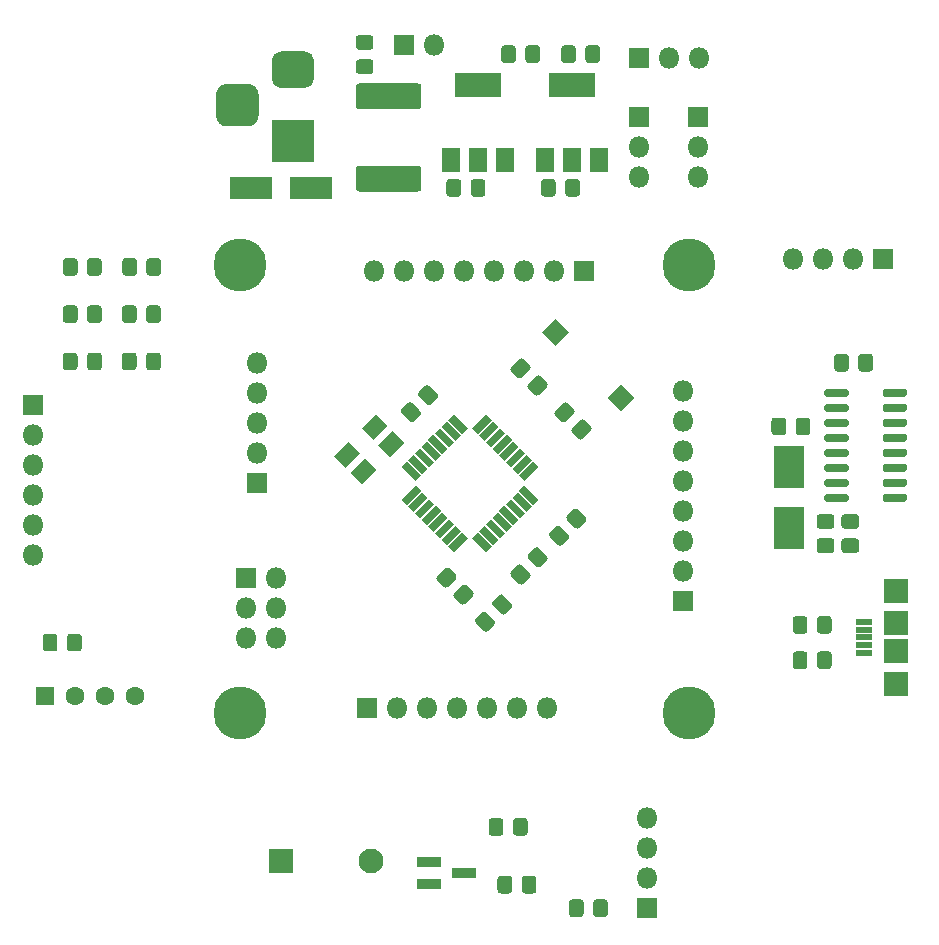
<source format=gbr>
%TF.GenerationSoftware,KiCad,Pcbnew,(5.1.6)-1*%
%TF.CreationDate,2020-10-25T22:56:54+03:00*%
%TF.ProjectId,modular-development-board,6d6f6475-6c61-4722-9d64-6576656c6f70,rev?*%
%TF.SameCoordinates,Original*%
%TF.FileFunction,Soldermask,Top*%
%TF.FilePolarity,Negative*%
%FSLAX46Y46*%
G04 Gerber Fmt 4.6, Leading zero omitted, Abs format (unit mm)*
G04 Created by KiCad (PCBNEW (5.1.6)-1) date 2020-10-25 22:56:54*
%MOMM*%
%LPD*%
G01*
G04 APERTURE LIST*
%ADD10R,1.600000X2.100000*%
%ADD11R,3.900000X2.100000*%
%ADD12R,1.800000X1.800000*%
%ADD13O,1.800000X1.800000*%
%ADD14R,1.600000X1.600000*%
%ADD15C,1.600000*%
%ADD16R,2.100000X2.100000*%
%ADD17C,2.100000*%
%ADD18R,3.600000X1.900000*%
%ADD19R,3.600000X3.600000*%
%ADD20R,2.000000X0.900000*%
%ADD21C,0.100000*%
%ADD22R,2.500000X3.600000*%
%ADD23C,0.800000*%
%ADD24C,4.500000*%
%ADD25R,1.450000X0.500000*%
%ADD26R,2.000000X2.000000*%
G04 APERTURE END LIST*
D10*
%TO.C,U3*%
X77360400Y-48607200D03*
X81960400Y-48607200D03*
X79660400Y-48607200D03*
D11*
X79660400Y-42307200D03*
%TD*%
D12*
%TO.C,J3*%
X85304800Y-45000000D03*
D13*
X85304800Y-47540000D03*
X85304800Y-50080000D03*
%TD*%
%TO.C,J2*%
X90304800Y-50080000D03*
X90304800Y-47540000D03*
D12*
X90304800Y-45000000D03*
%TD*%
%TO.C,J4*%
X85304800Y-40000000D03*
D13*
X87844800Y-40000000D03*
X90384800Y-40000000D03*
%TD*%
D14*
%TO.C,U5*%
X35000000Y-94000000D03*
D15*
X37540000Y-94000000D03*
X40080000Y-94000000D03*
X42620000Y-94000000D03*
%TD*%
D16*
%TO.C,BZ1*%
X55000000Y-108000000D03*
D17*
X62600000Y-108000000D03*
%TD*%
%TO.C,C1*%
G36*
G01*
X79896241Y-79780124D02*
X79219876Y-79103760D01*
G75*
G02*
X79219876Y-78719464I192148J192148D01*
G01*
X79719464Y-78219876D01*
G75*
G02*
X80103760Y-78219876I192148J-192148D01*
G01*
X80780124Y-78896240D01*
G75*
G02*
X80780124Y-79280536I-192148J-192148D01*
G01*
X80280536Y-79780124D01*
G75*
G02*
X79896240Y-79780124I-192148J192148D01*
G01*
G37*
G36*
G01*
X78446673Y-81229692D02*
X77770308Y-80553328D01*
G75*
G02*
X77770308Y-80169032I192148J192148D01*
G01*
X78269896Y-79669444D01*
G75*
G02*
X78654192Y-79669444I192148J-192148D01*
G01*
X79330556Y-80345808D01*
G75*
G02*
X79330556Y-80730104I-192148J-192148D01*
G01*
X78830968Y-81229692D01*
G75*
G02*
X78446672Y-81229692I-192148J192148D01*
G01*
G37*
%TD*%
%TO.C,C2*%
G36*
G01*
X65896241Y-70780124D02*
X65219876Y-70103760D01*
G75*
G02*
X65219876Y-69719464I192148J192148D01*
G01*
X65719464Y-69219876D01*
G75*
G02*
X66103760Y-69219876I192148J-192148D01*
G01*
X66780124Y-69896240D01*
G75*
G02*
X66780124Y-70280536I-192148J-192148D01*
G01*
X66280536Y-70780124D01*
G75*
G02*
X65896240Y-70780124I-192148J192148D01*
G01*
G37*
G36*
G01*
X67345809Y-69330556D02*
X66669444Y-68654192D01*
G75*
G02*
X66669444Y-68269896I192148J192148D01*
G01*
X67169032Y-67770308D01*
G75*
G02*
X67553328Y-67770308I192148J-192148D01*
G01*
X68229692Y-68446672D01*
G75*
G02*
X68229692Y-68830968I-192148J-192148D01*
G01*
X67730104Y-69330556D01*
G75*
G02*
X67345808Y-69330556I-192148J192148D01*
G01*
G37*
%TD*%
%TO.C,C3*%
G36*
G01*
X77504908Y-67828543D02*
X76828544Y-68504908D01*
G75*
G02*
X76444248Y-68504908I-192148J192148D01*
G01*
X75944660Y-68005320D01*
G75*
G02*
X75944660Y-67621024I192148J192148D01*
G01*
X76621024Y-66944660D01*
G75*
G02*
X77005320Y-66944660I192148J-192148D01*
G01*
X77504908Y-67444248D01*
G75*
G02*
X77504908Y-67828544I-192148J-192148D01*
G01*
G37*
G36*
G01*
X76055340Y-66378975D02*
X75378976Y-67055340D01*
G75*
G02*
X74994680Y-67055340I-192148J192148D01*
G01*
X74495092Y-66555752D01*
G75*
G02*
X74495092Y-66171456I192148J192148D01*
G01*
X75171456Y-65495092D01*
G75*
G02*
X75555752Y-65495092I192148J-192148D01*
G01*
X76055340Y-65994680D01*
G75*
G02*
X76055340Y-66378976I-192148J-192148D01*
G01*
G37*
%TD*%
%TO.C,C4*%
G36*
G01*
X76621025Y-83055340D02*
X75944660Y-82378976D01*
G75*
G02*
X75944660Y-81994680I192148J192148D01*
G01*
X76444248Y-81495092D01*
G75*
G02*
X76828544Y-81495092I192148J-192148D01*
G01*
X77504908Y-82171456D01*
G75*
G02*
X77504908Y-82555752I-192148J-192148D01*
G01*
X77005320Y-83055340D01*
G75*
G02*
X76621024Y-83055340I-192148J192148D01*
G01*
G37*
G36*
G01*
X75171457Y-84504908D02*
X74495092Y-83828544D01*
G75*
G02*
X74495092Y-83444248I192148J192148D01*
G01*
X74994680Y-82944660D01*
G75*
G02*
X75378976Y-82944660I192148J-192148D01*
G01*
X76055340Y-83621024D01*
G75*
G02*
X76055340Y-84005320I-192148J-192148D01*
G01*
X75555752Y-84504908D01*
G75*
G02*
X75171456Y-84504908I-192148J192148D01*
G01*
G37*
%TD*%
%TO.C,C5*%
G36*
G01*
X62555862Y-41366600D02*
X61599338Y-41366600D01*
G75*
G02*
X61327600Y-41094862I0J271738D01*
G01*
X61327600Y-40388338D01*
G75*
G02*
X61599338Y-40116600I271738J0D01*
G01*
X62555862Y-40116600D01*
G75*
G02*
X62827600Y-40388338I0J-271738D01*
G01*
X62827600Y-41094862D01*
G75*
G02*
X62555862Y-41366600I-271738J0D01*
G01*
G37*
G36*
G01*
X62555862Y-39316600D02*
X61599338Y-39316600D01*
G75*
G02*
X61327600Y-39044862I0J271738D01*
G01*
X61327600Y-38338338D01*
G75*
G02*
X61599338Y-38066600I271738J0D01*
G01*
X62555862Y-38066600D01*
G75*
G02*
X62827600Y-38338338I0J-271738D01*
G01*
X62827600Y-39044862D01*
G75*
G02*
X62555862Y-39316600I-271738J0D01*
G01*
G37*
%TD*%
%TO.C,C6*%
G36*
G01*
X70260400Y-50521738D02*
X70260400Y-51478262D01*
G75*
G02*
X69988662Y-51750000I-271738J0D01*
G01*
X69282138Y-51750000D01*
G75*
G02*
X69010400Y-51478262I0J271738D01*
G01*
X69010400Y-50521738D01*
G75*
G02*
X69282138Y-50250000I271738J0D01*
G01*
X69988662Y-50250000D01*
G75*
G02*
X70260400Y-50521738I0J-271738D01*
G01*
G37*
G36*
G01*
X72310400Y-50521738D02*
X72310400Y-51478262D01*
G75*
G02*
X72038662Y-51750000I-271738J0D01*
G01*
X71332138Y-51750000D01*
G75*
G02*
X71060400Y-51478262I0J271738D01*
G01*
X71060400Y-50521738D01*
G75*
G02*
X71332138Y-50250000I271738J0D01*
G01*
X72038662Y-50250000D01*
G75*
G02*
X72310400Y-50521738I0J-271738D01*
G01*
G37*
%TD*%
%TO.C,C7*%
G36*
G01*
X80310400Y-50521738D02*
X80310400Y-51478262D01*
G75*
G02*
X80038662Y-51750000I-271738J0D01*
G01*
X79332138Y-51750000D01*
G75*
G02*
X79060400Y-51478262I0J271738D01*
G01*
X79060400Y-50521738D01*
G75*
G02*
X79332138Y-50250000I271738J0D01*
G01*
X80038662Y-50250000D01*
G75*
G02*
X80310400Y-50521738I0J-271738D01*
G01*
G37*
G36*
G01*
X78260400Y-50521738D02*
X78260400Y-51478262D01*
G75*
G02*
X77988662Y-51750000I-271738J0D01*
G01*
X77282138Y-51750000D01*
G75*
G02*
X77010400Y-51478262I0J271738D01*
G01*
X77010400Y-50521738D01*
G75*
G02*
X77282138Y-50250000I271738J0D01*
G01*
X77988662Y-50250000D01*
G75*
G02*
X78260400Y-50521738I0J-271738D01*
G01*
G37*
%TD*%
%TO.C,C8*%
G36*
G01*
X97775000Y-70721738D02*
X97775000Y-71678262D01*
G75*
G02*
X97503262Y-71950000I-271738J0D01*
G01*
X96796738Y-71950000D01*
G75*
G02*
X96525000Y-71678262I0J271738D01*
G01*
X96525000Y-70721738D01*
G75*
G02*
X96796738Y-70450000I271738J0D01*
G01*
X97503262Y-70450000D01*
G75*
G02*
X97775000Y-70721738I0J-271738D01*
G01*
G37*
G36*
G01*
X99825000Y-70721738D02*
X99825000Y-71678262D01*
G75*
G02*
X99553262Y-71950000I-271738J0D01*
G01*
X98846738Y-71950000D01*
G75*
G02*
X98575000Y-71678262I0J271738D01*
G01*
X98575000Y-70721738D01*
G75*
G02*
X98846738Y-70450000I271738J0D01*
G01*
X99553262Y-70450000D01*
G75*
G02*
X99825000Y-70721738I0J-271738D01*
G01*
G37*
%TD*%
%TO.C,C9*%
G36*
G01*
X101825000Y-66278262D02*
X101825000Y-65321738D01*
G75*
G02*
X102096738Y-65050000I271738J0D01*
G01*
X102803262Y-65050000D01*
G75*
G02*
X103075000Y-65321738I0J-271738D01*
G01*
X103075000Y-66278262D01*
G75*
G02*
X102803262Y-66550000I-271738J0D01*
G01*
X102096738Y-66550000D01*
G75*
G02*
X101825000Y-66278262I0J271738D01*
G01*
G37*
G36*
G01*
X103875000Y-66278262D02*
X103875000Y-65321738D01*
G75*
G02*
X104146738Y-65050000I271738J0D01*
G01*
X104853262Y-65050000D01*
G75*
G02*
X105125000Y-65321738I0J-271738D01*
G01*
X105125000Y-66278262D01*
G75*
G02*
X104853262Y-66550000I-271738J0D01*
G01*
X104146738Y-66550000D01*
G75*
G02*
X103875000Y-66278262I0J271738D01*
G01*
G37*
%TD*%
%TO.C,C10*%
G36*
G01*
X102721738Y-78625000D02*
X103678262Y-78625000D01*
G75*
G02*
X103950000Y-78896738I0J-271738D01*
G01*
X103950000Y-79603262D01*
G75*
G02*
X103678262Y-79875000I-271738J0D01*
G01*
X102721738Y-79875000D01*
G75*
G02*
X102450000Y-79603262I0J271738D01*
G01*
X102450000Y-78896738D01*
G75*
G02*
X102721738Y-78625000I271738J0D01*
G01*
G37*
G36*
G01*
X102721738Y-80675000D02*
X103678262Y-80675000D01*
G75*
G02*
X103950000Y-80946738I0J-271738D01*
G01*
X103950000Y-81653262D01*
G75*
G02*
X103678262Y-81925000I-271738J0D01*
G01*
X102721738Y-81925000D01*
G75*
G02*
X102450000Y-81653262I0J271738D01*
G01*
X102450000Y-80946738D01*
G75*
G02*
X102721738Y-80675000I271738J0D01*
G01*
G37*
%TD*%
%TO.C,C11*%
G36*
G01*
X100621738Y-80675000D02*
X101578262Y-80675000D01*
G75*
G02*
X101850000Y-80946738I0J-271738D01*
G01*
X101850000Y-81653262D01*
G75*
G02*
X101578262Y-81925000I-271738J0D01*
G01*
X100621738Y-81925000D01*
G75*
G02*
X100350000Y-81653262I0J271738D01*
G01*
X100350000Y-80946738D01*
G75*
G02*
X100621738Y-80675000I271738J0D01*
G01*
G37*
G36*
G01*
X100621738Y-78625000D02*
X101578262Y-78625000D01*
G75*
G02*
X101850000Y-78896738I0J-271738D01*
G01*
X101850000Y-79603262D01*
G75*
G02*
X101578262Y-79875000I-271738J0D01*
G01*
X100621738Y-79875000D01*
G75*
G02*
X100350000Y-79603262I0J271738D01*
G01*
X100350000Y-78896738D01*
G75*
G02*
X100621738Y-78625000I271738J0D01*
G01*
G37*
%TD*%
D18*
%TO.C,D1*%
X57500000Y-51000000D03*
X52500000Y-51000000D03*
%TD*%
%TO.C,D2*%
G36*
G01*
X73828543Y-85495092D02*
X74504908Y-86171456D01*
G75*
G02*
X74504908Y-86555752I-192148J-192148D01*
G01*
X74005320Y-87055340D01*
G75*
G02*
X73621024Y-87055340I-192148J192148D01*
G01*
X72944660Y-86378976D01*
G75*
G02*
X72944660Y-85994680I192148J192148D01*
G01*
X73444248Y-85495092D01*
G75*
G02*
X73828544Y-85495092I192148J-192148D01*
G01*
G37*
G36*
G01*
X72378975Y-86944660D02*
X73055340Y-87621024D01*
G75*
G02*
X73055340Y-88005320I-192148J-192148D01*
G01*
X72555752Y-88504908D01*
G75*
G02*
X72171456Y-88504908I-192148J192148D01*
G01*
X71495092Y-87828544D01*
G75*
G02*
X71495092Y-87444248I192148J192148D01*
G01*
X71994680Y-86944660D01*
G75*
G02*
X72378976Y-86944660I192148J-192148D01*
G01*
G37*
%TD*%
%TO.C,D3*%
G36*
G01*
X76935600Y-39196538D02*
X76935600Y-40153062D01*
G75*
G02*
X76663862Y-40424800I-271738J0D01*
G01*
X75957338Y-40424800D01*
G75*
G02*
X75685600Y-40153062I0J271738D01*
G01*
X75685600Y-39196538D01*
G75*
G02*
X75957338Y-38924800I271738J0D01*
G01*
X76663862Y-38924800D01*
G75*
G02*
X76935600Y-39196538I0J-271738D01*
G01*
G37*
G36*
G01*
X74885600Y-39196538D02*
X74885600Y-40153062D01*
G75*
G02*
X74613862Y-40424800I-271738J0D01*
G01*
X73907338Y-40424800D01*
G75*
G02*
X73635600Y-40153062I0J271738D01*
G01*
X73635600Y-39196538D01*
G75*
G02*
X73907338Y-38924800I271738J0D01*
G01*
X74613862Y-38924800D01*
G75*
G02*
X74885600Y-39196538I0J-271738D01*
G01*
G37*
%TD*%
%TO.C,D4*%
G36*
G01*
X36525000Y-58178262D02*
X36525000Y-57221738D01*
G75*
G02*
X36796738Y-56950000I271738J0D01*
G01*
X37503262Y-56950000D01*
G75*
G02*
X37775000Y-57221738I0J-271738D01*
G01*
X37775000Y-58178262D01*
G75*
G02*
X37503262Y-58450000I-271738J0D01*
G01*
X36796738Y-58450000D01*
G75*
G02*
X36525000Y-58178262I0J271738D01*
G01*
G37*
G36*
G01*
X38575000Y-58178262D02*
X38575000Y-57221738D01*
G75*
G02*
X38846738Y-56950000I271738J0D01*
G01*
X39553262Y-56950000D01*
G75*
G02*
X39825000Y-57221738I0J-271738D01*
G01*
X39825000Y-58178262D01*
G75*
G02*
X39553262Y-58450000I-271738J0D01*
G01*
X38846738Y-58450000D01*
G75*
G02*
X38575000Y-58178262I0J271738D01*
G01*
G37*
%TD*%
%TO.C,D5*%
G36*
G01*
X38575000Y-62178262D02*
X38575000Y-61221738D01*
G75*
G02*
X38846738Y-60950000I271738J0D01*
G01*
X39553262Y-60950000D01*
G75*
G02*
X39825000Y-61221738I0J-271738D01*
G01*
X39825000Y-62178262D01*
G75*
G02*
X39553262Y-62450000I-271738J0D01*
G01*
X38846738Y-62450000D01*
G75*
G02*
X38575000Y-62178262I0J271738D01*
G01*
G37*
G36*
G01*
X36525000Y-62178262D02*
X36525000Y-61221738D01*
G75*
G02*
X36796738Y-60950000I271738J0D01*
G01*
X37503262Y-60950000D01*
G75*
G02*
X37775000Y-61221738I0J-271738D01*
G01*
X37775000Y-62178262D01*
G75*
G02*
X37503262Y-62450000I-271738J0D01*
G01*
X36796738Y-62450000D01*
G75*
G02*
X36525000Y-62178262I0J271738D01*
G01*
G37*
%TD*%
%TO.C,D6*%
G36*
G01*
X38575000Y-66178262D02*
X38575000Y-65221738D01*
G75*
G02*
X38846738Y-64950000I271738J0D01*
G01*
X39553262Y-64950000D01*
G75*
G02*
X39825000Y-65221738I0J-271738D01*
G01*
X39825000Y-66178262D01*
G75*
G02*
X39553262Y-66450000I-271738J0D01*
G01*
X38846738Y-66450000D01*
G75*
G02*
X38575000Y-66178262I0J271738D01*
G01*
G37*
G36*
G01*
X36525000Y-66178262D02*
X36525000Y-65221738D01*
G75*
G02*
X36796738Y-64950000I271738J0D01*
G01*
X37503262Y-64950000D01*
G75*
G02*
X37775000Y-65221738I0J-271738D01*
G01*
X37775000Y-66178262D01*
G75*
G02*
X37503262Y-66450000I-271738J0D01*
G01*
X36796738Y-66450000D01*
G75*
G02*
X36525000Y-66178262I0J271738D01*
G01*
G37*
%TD*%
%TO.C,F1*%
G36*
G01*
X61596505Y-42161000D02*
X66622695Y-42161000D01*
G75*
G02*
X66884600Y-42422905I0J-261905D01*
G01*
X66884600Y-44099095D01*
G75*
G02*
X66622695Y-44361000I-261905J0D01*
G01*
X61596505Y-44361000D01*
G75*
G02*
X61334600Y-44099095I0J261905D01*
G01*
X61334600Y-42422905D01*
G75*
G02*
X61596505Y-42161000I261905J0D01*
G01*
G37*
G36*
G01*
X61596505Y-49111000D02*
X66622695Y-49111000D01*
G75*
G02*
X66884600Y-49372905I0J-261905D01*
G01*
X66884600Y-51049095D01*
G75*
G02*
X66622695Y-51311000I-261905J0D01*
G01*
X61596505Y-51311000D01*
G75*
G02*
X61334600Y-51049095I0J261905D01*
G01*
X61334600Y-49372905D01*
G75*
G02*
X61596505Y-49111000I261905J0D01*
G01*
G37*
%TD*%
D19*
%TO.C,J1*%
X56000000Y-47000000D03*
G36*
G01*
X54975000Y-39450000D02*
X57025000Y-39450000D01*
G75*
G02*
X57800000Y-40225000I0J-775000D01*
G01*
X57800000Y-41775000D01*
G75*
G02*
X57025000Y-42550000I-775000J0D01*
G01*
X54975000Y-42550000D01*
G75*
G02*
X54200000Y-41775000I0J775000D01*
G01*
X54200000Y-40225000D01*
G75*
G02*
X54975000Y-39450000I775000J0D01*
G01*
G37*
G36*
G01*
X50400000Y-42200000D02*
X52200000Y-42200000D01*
G75*
G02*
X53100000Y-43100000I0J-900000D01*
G01*
X53100000Y-44900000D01*
G75*
G02*
X52200000Y-45800000I-900000J0D01*
G01*
X50400000Y-45800000D01*
G75*
G02*
X49500000Y-44900000I0J900000D01*
G01*
X49500000Y-43100000D01*
G75*
G02*
X50400000Y-42200000I900000J0D01*
G01*
G37*
%TD*%
D12*
%TO.C,J5*%
X80620000Y-58000000D03*
D13*
X78080000Y-58000000D03*
X75540000Y-58000000D03*
X73000000Y-58000000D03*
X70460000Y-58000000D03*
X67920000Y-58000000D03*
X65380000Y-58000000D03*
X62840000Y-58000000D03*
%TD*%
D12*
%TO.C,J6*%
X62300000Y-95000000D03*
D13*
X64840000Y-95000000D03*
X67380000Y-95000000D03*
X69920000Y-95000000D03*
X72460000Y-95000000D03*
X75000000Y-95000000D03*
X77540000Y-95000000D03*
%TD*%
%TO.C,J7*%
X89000000Y-68220000D03*
X89000000Y-70760000D03*
X89000000Y-73300000D03*
X89000000Y-75840000D03*
X89000000Y-78380000D03*
X89000000Y-80920000D03*
X89000000Y-83460000D03*
D12*
X89000000Y-86000000D03*
%TD*%
%TO.C,J8*%
X53000000Y-76000000D03*
D13*
X53000000Y-73460000D03*
X53000000Y-70920000D03*
X53000000Y-68380000D03*
X53000000Y-65840000D03*
%TD*%
D12*
%TO.C,J9*%
X52000000Y-84000000D03*
D13*
X54540000Y-84000000D03*
X52000000Y-86540000D03*
X54540000Y-86540000D03*
X52000000Y-89080000D03*
X54540000Y-89080000D03*
%TD*%
D12*
%TO.C,J10*%
X34000000Y-69380000D03*
D13*
X34000000Y-71920000D03*
X34000000Y-74460000D03*
X34000000Y-77000000D03*
X34000000Y-79540000D03*
X34000000Y-82080000D03*
%TD*%
D12*
%TO.C,J11*%
X86000000Y-112000000D03*
D13*
X86000000Y-109460000D03*
X86000000Y-106920000D03*
X86000000Y-104380000D03*
%TD*%
%TO.C,Q1*%
G36*
G01*
X75875000Y-104621738D02*
X75875000Y-105578262D01*
G75*
G02*
X75603262Y-105850000I-271738J0D01*
G01*
X74896738Y-105850000D01*
G75*
G02*
X74625000Y-105578262I0J271738D01*
G01*
X74625000Y-104621738D01*
G75*
G02*
X74896738Y-104350000I271738J0D01*
G01*
X75603262Y-104350000D01*
G75*
G02*
X75875000Y-104621738I0J-271738D01*
G01*
G37*
G36*
G01*
X73825000Y-104621738D02*
X73825000Y-105578262D01*
G75*
G02*
X73553262Y-105850000I-271738J0D01*
G01*
X72846738Y-105850000D01*
G75*
G02*
X72575000Y-105578262I0J271738D01*
G01*
X72575000Y-104621738D01*
G75*
G02*
X72846738Y-104350000I271738J0D01*
G01*
X73553262Y-104350000D01*
G75*
G02*
X73825000Y-104621738I0J-271738D01*
G01*
G37*
%TD*%
D20*
%TO.C,Q2*%
X67500000Y-108050000D03*
X67500000Y-109950000D03*
X70500000Y-109000000D03*
%TD*%
%TO.C,R1*%
G36*
G01*
X71229692Y-85553327D02*
X70553328Y-86229692D01*
G75*
G02*
X70169032Y-86229692I-192148J192148D01*
G01*
X69669444Y-85730104D01*
G75*
G02*
X69669444Y-85345808I192148J192148D01*
G01*
X70345808Y-84669444D01*
G75*
G02*
X70730104Y-84669444I192148J-192148D01*
G01*
X71229692Y-85169032D01*
G75*
G02*
X71229692Y-85553328I-192148J-192148D01*
G01*
G37*
G36*
G01*
X69780124Y-84103759D02*
X69103760Y-84780124D01*
G75*
G02*
X68719464Y-84780124I-192148J192148D01*
G01*
X68219876Y-84280536D01*
G75*
G02*
X68219876Y-83896240I192148J192148D01*
G01*
X68896240Y-83219876D01*
G75*
G02*
X69280536Y-83219876I192148J-192148D01*
G01*
X69780124Y-83719464D01*
G75*
G02*
X69780124Y-84103760I-192148J-192148D01*
G01*
G37*
%TD*%
%TO.C,R2*%
G36*
G01*
X79669444Y-71345809D02*
X80345808Y-70669444D01*
G75*
G02*
X80730104Y-70669444I192148J-192148D01*
G01*
X81229692Y-71169032D01*
G75*
G02*
X81229692Y-71553328I-192148J-192148D01*
G01*
X80553328Y-72229692D01*
G75*
G02*
X80169032Y-72229692I-192148J192148D01*
G01*
X79669444Y-71730104D01*
G75*
G02*
X79669444Y-71345808I192148J192148D01*
G01*
G37*
G36*
G01*
X78219876Y-69896241D02*
X78896240Y-69219876D01*
G75*
G02*
X79280536Y-69219876I192148J-192148D01*
G01*
X79780124Y-69719464D01*
G75*
G02*
X79780124Y-70103760I-192148J-192148D01*
G01*
X79103760Y-70780124D01*
G75*
G02*
X78719464Y-70780124I-192148J192148D01*
G01*
X78219876Y-70280536D01*
G75*
G02*
X78219876Y-69896240I192148J192148D01*
G01*
G37*
%TD*%
%TO.C,R3*%
G36*
G01*
X82015600Y-39196538D02*
X82015600Y-40153062D01*
G75*
G02*
X81743862Y-40424800I-271738J0D01*
G01*
X81037338Y-40424800D01*
G75*
G02*
X80765600Y-40153062I0J271738D01*
G01*
X80765600Y-39196538D01*
G75*
G02*
X81037338Y-38924800I271738J0D01*
G01*
X81743862Y-38924800D01*
G75*
G02*
X82015600Y-39196538I0J-271738D01*
G01*
G37*
G36*
G01*
X79965600Y-39196538D02*
X79965600Y-40153062D01*
G75*
G02*
X79693862Y-40424800I-271738J0D01*
G01*
X78987338Y-40424800D01*
G75*
G02*
X78715600Y-40153062I0J271738D01*
G01*
X78715600Y-39196538D01*
G75*
G02*
X78987338Y-38924800I271738J0D01*
G01*
X79693862Y-38924800D01*
G75*
G02*
X79965600Y-39196538I0J-271738D01*
G01*
G37*
%TD*%
%TO.C,R4*%
G36*
G01*
X100375000Y-88478262D02*
X100375000Y-87521738D01*
G75*
G02*
X100646738Y-87250000I271738J0D01*
G01*
X101353262Y-87250000D01*
G75*
G02*
X101625000Y-87521738I0J-271738D01*
G01*
X101625000Y-88478262D01*
G75*
G02*
X101353262Y-88750000I-271738J0D01*
G01*
X100646738Y-88750000D01*
G75*
G02*
X100375000Y-88478262I0J271738D01*
G01*
G37*
G36*
G01*
X98325000Y-88478262D02*
X98325000Y-87521738D01*
G75*
G02*
X98596738Y-87250000I271738J0D01*
G01*
X99303262Y-87250000D01*
G75*
G02*
X99575000Y-87521738I0J-271738D01*
G01*
X99575000Y-88478262D01*
G75*
G02*
X99303262Y-88750000I-271738J0D01*
G01*
X98596738Y-88750000D01*
G75*
G02*
X98325000Y-88478262I0J271738D01*
G01*
G37*
%TD*%
%TO.C,R5*%
G36*
G01*
X100375000Y-91478262D02*
X100375000Y-90521738D01*
G75*
G02*
X100646738Y-90250000I271738J0D01*
G01*
X101353262Y-90250000D01*
G75*
G02*
X101625000Y-90521738I0J-271738D01*
G01*
X101625000Y-91478262D01*
G75*
G02*
X101353262Y-91750000I-271738J0D01*
G01*
X100646738Y-91750000D01*
G75*
G02*
X100375000Y-91478262I0J271738D01*
G01*
G37*
G36*
G01*
X98325000Y-91478262D02*
X98325000Y-90521738D01*
G75*
G02*
X98596738Y-90250000I271738J0D01*
G01*
X99303262Y-90250000D01*
G75*
G02*
X99575000Y-90521738I0J-271738D01*
G01*
X99575000Y-91478262D01*
G75*
G02*
X99303262Y-91750000I-271738J0D01*
G01*
X98596738Y-91750000D01*
G75*
G02*
X98325000Y-91478262I0J271738D01*
G01*
G37*
%TD*%
%TO.C,R6*%
G36*
G01*
X82675000Y-111521738D02*
X82675000Y-112478262D01*
G75*
G02*
X82403262Y-112750000I-271738J0D01*
G01*
X81696738Y-112750000D01*
G75*
G02*
X81425000Y-112478262I0J271738D01*
G01*
X81425000Y-111521738D01*
G75*
G02*
X81696738Y-111250000I271738J0D01*
G01*
X82403262Y-111250000D01*
G75*
G02*
X82675000Y-111521738I0J-271738D01*
G01*
G37*
G36*
G01*
X80625000Y-111521738D02*
X80625000Y-112478262D01*
G75*
G02*
X80353262Y-112750000I-271738J0D01*
G01*
X79646738Y-112750000D01*
G75*
G02*
X79375000Y-112478262I0J271738D01*
G01*
X79375000Y-111521738D01*
G75*
G02*
X79646738Y-111250000I271738J0D01*
G01*
X80353262Y-111250000D01*
G75*
G02*
X80625000Y-111521738I0J-271738D01*
G01*
G37*
%TD*%
%TO.C,R7*%
G36*
G01*
X41550000Y-58178262D02*
X41550000Y-57221738D01*
G75*
G02*
X41821738Y-56950000I271738J0D01*
G01*
X42528262Y-56950000D01*
G75*
G02*
X42800000Y-57221738I0J-271738D01*
G01*
X42800000Y-58178262D01*
G75*
G02*
X42528262Y-58450000I-271738J0D01*
G01*
X41821738Y-58450000D01*
G75*
G02*
X41550000Y-58178262I0J271738D01*
G01*
G37*
G36*
G01*
X43600000Y-58178262D02*
X43600000Y-57221738D01*
G75*
G02*
X43871738Y-56950000I271738J0D01*
G01*
X44578262Y-56950000D01*
G75*
G02*
X44850000Y-57221738I0J-271738D01*
G01*
X44850000Y-58178262D01*
G75*
G02*
X44578262Y-58450000I-271738J0D01*
G01*
X43871738Y-58450000D01*
G75*
G02*
X43600000Y-58178262I0J271738D01*
G01*
G37*
%TD*%
%TO.C,R8*%
G36*
G01*
X43575000Y-62178262D02*
X43575000Y-61221738D01*
G75*
G02*
X43846738Y-60950000I271738J0D01*
G01*
X44553262Y-60950000D01*
G75*
G02*
X44825000Y-61221738I0J-271738D01*
G01*
X44825000Y-62178262D01*
G75*
G02*
X44553262Y-62450000I-271738J0D01*
G01*
X43846738Y-62450000D01*
G75*
G02*
X43575000Y-62178262I0J271738D01*
G01*
G37*
G36*
G01*
X41525000Y-62178262D02*
X41525000Y-61221738D01*
G75*
G02*
X41796738Y-60950000I271738J0D01*
G01*
X42503262Y-60950000D01*
G75*
G02*
X42775000Y-61221738I0J-271738D01*
G01*
X42775000Y-62178262D01*
G75*
G02*
X42503262Y-62450000I-271738J0D01*
G01*
X41796738Y-62450000D01*
G75*
G02*
X41525000Y-62178262I0J271738D01*
G01*
G37*
%TD*%
%TO.C,R9*%
G36*
G01*
X41525000Y-66178262D02*
X41525000Y-65221738D01*
G75*
G02*
X41796738Y-64950000I271738J0D01*
G01*
X42503262Y-64950000D01*
G75*
G02*
X42775000Y-65221738I0J-271738D01*
G01*
X42775000Y-66178262D01*
G75*
G02*
X42503262Y-66450000I-271738J0D01*
G01*
X41796738Y-66450000D01*
G75*
G02*
X41525000Y-66178262I0J271738D01*
G01*
G37*
G36*
G01*
X43575000Y-66178262D02*
X43575000Y-65221738D01*
G75*
G02*
X43846738Y-64950000I271738J0D01*
G01*
X44553262Y-64950000D01*
G75*
G02*
X44825000Y-65221738I0J-271738D01*
G01*
X44825000Y-66178262D01*
G75*
G02*
X44553262Y-66450000I-271738J0D01*
G01*
X43846738Y-66450000D01*
G75*
G02*
X43575000Y-66178262I0J271738D01*
G01*
G37*
%TD*%
%TO.C,R10*%
G36*
G01*
X75375000Y-110478262D02*
X75375000Y-109521738D01*
G75*
G02*
X75646738Y-109250000I271738J0D01*
G01*
X76353262Y-109250000D01*
G75*
G02*
X76625000Y-109521738I0J-271738D01*
G01*
X76625000Y-110478262D01*
G75*
G02*
X76353262Y-110750000I-271738J0D01*
G01*
X75646738Y-110750000D01*
G75*
G02*
X75375000Y-110478262I0J271738D01*
G01*
G37*
G36*
G01*
X73325000Y-110478262D02*
X73325000Y-109521738D01*
G75*
G02*
X73596738Y-109250000I271738J0D01*
G01*
X74303262Y-109250000D01*
G75*
G02*
X74575000Y-109521738I0J-271738D01*
G01*
X74575000Y-110478262D01*
G75*
G02*
X74303262Y-110750000I-271738J0D01*
G01*
X73596738Y-110750000D01*
G75*
G02*
X73325000Y-110478262I0J271738D01*
G01*
G37*
%TD*%
%TO.C,R11*%
G36*
G01*
X34825000Y-89978262D02*
X34825000Y-89021738D01*
G75*
G02*
X35096738Y-88750000I271738J0D01*
G01*
X35803262Y-88750000D01*
G75*
G02*
X36075000Y-89021738I0J-271738D01*
G01*
X36075000Y-89978262D01*
G75*
G02*
X35803262Y-90250000I-271738J0D01*
G01*
X35096738Y-90250000D01*
G75*
G02*
X34825000Y-89978262I0J271738D01*
G01*
G37*
G36*
G01*
X36875000Y-89978262D02*
X36875000Y-89021738D01*
G75*
G02*
X37146738Y-88750000I271738J0D01*
G01*
X37853262Y-88750000D01*
G75*
G02*
X38125000Y-89021738I0J-271738D01*
G01*
X38125000Y-89978262D01*
G75*
G02*
X37853262Y-90250000I-271738J0D01*
G01*
X37146738Y-90250000D01*
G75*
G02*
X36875000Y-89978262I0J271738D01*
G01*
G37*
%TD*%
D21*
%TO.C,SW1*%
G36*
X84889087Y-68757716D02*
G01*
X83757716Y-69889087D01*
X82626345Y-68757716D01*
X83757716Y-67626345D01*
X84889087Y-68757716D01*
G37*
G36*
X79373655Y-63242284D02*
G01*
X78242284Y-64373655D01*
X77110913Y-63242284D01*
X78242284Y-62110913D01*
X79373655Y-63242284D01*
G37*
%TD*%
%TO.C,U1*%
G36*
X69143845Y-70643666D02*
G01*
X69603464Y-70184047D01*
X70805545Y-71386128D01*
X70345926Y-71845747D01*
X69143845Y-70643666D01*
G37*
G36*
X68578160Y-71209352D02*
G01*
X69037779Y-70749733D01*
X70239860Y-71951814D01*
X69780241Y-72411433D01*
X68578160Y-71209352D01*
G37*
G36*
X68012474Y-71775037D02*
G01*
X68472093Y-71315418D01*
X69674174Y-72517499D01*
X69214555Y-72977118D01*
X68012474Y-71775037D01*
G37*
G36*
X67446789Y-72340722D02*
G01*
X67906408Y-71881103D01*
X69108489Y-73083184D01*
X68648870Y-73542803D01*
X67446789Y-72340722D01*
G37*
G36*
X66881103Y-72906408D02*
G01*
X67340722Y-72446789D01*
X68542803Y-73648870D01*
X68083184Y-74108489D01*
X66881103Y-72906408D01*
G37*
G36*
X66315418Y-73472093D02*
G01*
X66775037Y-73012474D01*
X67977118Y-74214555D01*
X67517499Y-74674174D01*
X66315418Y-73472093D01*
G37*
G36*
X65749733Y-74037779D02*
G01*
X66209352Y-73578160D01*
X67411433Y-74780241D01*
X66951814Y-75239860D01*
X65749733Y-74037779D01*
G37*
G36*
X65184047Y-74603464D02*
G01*
X65643666Y-74143845D01*
X66845747Y-75345926D01*
X66386128Y-75805545D01*
X65184047Y-74603464D01*
G37*
G36*
X65643666Y-77856155D02*
G01*
X65184047Y-77396536D01*
X66386128Y-76194455D01*
X66845747Y-76654074D01*
X65643666Y-77856155D01*
G37*
G36*
X66209352Y-78421840D02*
G01*
X65749733Y-77962221D01*
X66951814Y-76760140D01*
X67411433Y-77219759D01*
X66209352Y-78421840D01*
G37*
G36*
X66775037Y-78987526D02*
G01*
X66315418Y-78527907D01*
X67517499Y-77325826D01*
X67977118Y-77785445D01*
X66775037Y-78987526D01*
G37*
G36*
X67340722Y-79553211D02*
G01*
X66881103Y-79093592D01*
X68083184Y-77891511D01*
X68542803Y-78351130D01*
X67340722Y-79553211D01*
G37*
G36*
X67906408Y-80118897D02*
G01*
X67446789Y-79659278D01*
X68648870Y-78457197D01*
X69108489Y-78916816D01*
X67906408Y-80118897D01*
G37*
G36*
X68472093Y-80684582D02*
G01*
X68012474Y-80224963D01*
X69214555Y-79022882D01*
X69674174Y-79482501D01*
X68472093Y-80684582D01*
G37*
G36*
X69037779Y-81250267D02*
G01*
X68578160Y-80790648D01*
X69780241Y-79588567D01*
X70239860Y-80048186D01*
X69037779Y-81250267D01*
G37*
G36*
X69603464Y-81815953D02*
G01*
X69143845Y-81356334D01*
X70345926Y-80154253D01*
X70805545Y-80613872D01*
X69603464Y-81815953D01*
G37*
G36*
X71194455Y-80613872D02*
G01*
X71654074Y-80154253D01*
X72856155Y-81356334D01*
X72396536Y-81815953D01*
X71194455Y-80613872D01*
G37*
G36*
X71760140Y-80048186D02*
G01*
X72219759Y-79588567D01*
X73421840Y-80790648D01*
X72962221Y-81250267D01*
X71760140Y-80048186D01*
G37*
G36*
X72325826Y-79482501D02*
G01*
X72785445Y-79022882D01*
X73987526Y-80224963D01*
X73527907Y-80684582D01*
X72325826Y-79482501D01*
G37*
G36*
X72891511Y-78916816D02*
G01*
X73351130Y-78457197D01*
X74553211Y-79659278D01*
X74093592Y-80118897D01*
X72891511Y-78916816D01*
G37*
G36*
X73457197Y-78351130D02*
G01*
X73916816Y-77891511D01*
X75118897Y-79093592D01*
X74659278Y-79553211D01*
X73457197Y-78351130D01*
G37*
G36*
X74022882Y-77785445D02*
G01*
X74482501Y-77325826D01*
X75684582Y-78527907D01*
X75224963Y-78987526D01*
X74022882Y-77785445D01*
G37*
G36*
X74588567Y-77219759D02*
G01*
X75048186Y-76760140D01*
X76250267Y-77962221D01*
X75790648Y-78421840D01*
X74588567Y-77219759D01*
G37*
G36*
X75154253Y-76654074D02*
G01*
X75613872Y-76194455D01*
X76815953Y-77396536D01*
X76356334Y-77856155D01*
X75154253Y-76654074D01*
G37*
G36*
X75613872Y-75805545D02*
G01*
X75154253Y-75345926D01*
X76356334Y-74143845D01*
X76815953Y-74603464D01*
X75613872Y-75805545D01*
G37*
G36*
X75048186Y-75239860D02*
G01*
X74588567Y-74780241D01*
X75790648Y-73578160D01*
X76250267Y-74037779D01*
X75048186Y-75239860D01*
G37*
G36*
X74482501Y-74674174D02*
G01*
X74022882Y-74214555D01*
X75224963Y-73012474D01*
X75684582Y-73472093D01*
X74482501Y-74674174D01*
G37*
G36*
X73916816Y-74108489D02*
G01*
X73457197Y-73648870D01*
X74659278Y-72446789D01*
X75118897Y-72906408D01*
X73916816Y-74108489D01*
G37*
G36*
X73351130Y-73542803D02*
G01*
X72891511Y-73083184D01*
X74093592Y-71881103D01*
X74553211Y-72340722D01*
X73351130Y-73542803D01*
G37*
G36*
X72785445Y-72977118D02*
G01*
X72325826Y-72517499D01*
X73527907Y-71315418D01*
X73987526Y-71775037D01*
X72785445Y-72977118D01*
G37*
G36*
X72219759Y-72411433D02*
G01*
X71760140Y-71951814D01*
X72962221Y-70749733D01*
X73421840Y-71209352D01*
X72219759Y-72411433D01*
G37*
G36*
X71654074Y-71845747D02*
G01*
X71194455Y-71386128D01*
X72396536Y-70184047D01*
X72856155Y-70643666D01*
X71654074Y-71845747D01*
G37*
%TD*%
D11*
%TO.C,U2*%
X71660400Y-42307200D03*
D10*
X71660400Y-48607200D03*
X73960400Y-48607200D03*
X69360400Y-48607200D03*
%TD*%
%TO.C,U4*%
G36*
G01*
X101000000Y-68530000D02*
X101000000Y-68180000D01*
G75*
G02*
X101175000Y-68005000I175000J0D01*
G01*
X102875000Y-68005000D01*
G75*
G02*
X103050000Y-68180000I0J-175000D01*
G01*
X103050000Y-68530000D01*
G75*
G02*
X102875000Y-68705000I-175000J0D01*
G01*
X101175000Y-68705000D01*
G75*
G02*
X101000000Y-68530000I0J175000D01*
G01*
G37*
G36*
G01*
X101000000Y-69800000D02*
X101000000Y-69450000D01*
G75*
G02*
X101175000Y-69275000I175000J0D01*
G01*
X102875000Y-69275000D01*
G75*
G02*
X103050000Y-69450000I0J-175000D01*
G01*
X103050000Y-69800000D01*
G75*
G02*
X102875000Y-69975000I-175000J0D01*
G01*
X101175000Y-69975000D01*
G75*
G02*
X101000000Y-69800000I0J175000D01*
G01*
G37*
G36*
G01*
X101000000Y-71070000D02*
X101000000Y-70720000D01*
G75*
G02*
X101175000Y-70545000I175000J0D01*
G01*
X102875000Y-70545000D01*
G75*
G02*
X103050000Y-70720000I0J-175000D01*
G01*
X103050000Y-71070000D01*
G75*
G02*
X102875000Y-71245000I-175000J0D01*
G01*
X101175000Y-71245000D01*
G75*
G02*
X101000000Y-71070000I0J175000D01*
G01*
G37*
G36*
G01*
X101000000Y-72340000D02*
X101000000Y-71990000D01*
G75*
G02*
X101175000Y-71815000I175000J0D01*
G01*
X102875000Y-71815000D01*
G75*
G02*
X103050000Y-71990000I0J-175000D01*
G01*
X103050000Y-72340000D01*
G75*
G02*
X102875000Y-72515000I-175000J0D01*
G01*
X101175000Y-72515000D01*
G75*
G02*
X101000000Y-72340000I0J175000D01*
G01*
G37*
G36*
G01*
X101000000Y-73610000D02*
X101000000Y-73260000D01*
G75*
G02*
X101175000Y-73085000I175000J0D01*
G01*
X102875000Y-73085000D01*
G75*
G02*
X103050000Y-73260000I0J-175000D01*
G01*
X103050000Y-73610000D01*
G75*
G02*
X102875000Y-73785000I-175000J0D01*
G01*
X101175000Y-73785000D01*
G75*
G02*
X101000000Y-73610000I0J175000D01*
G01*
G37*
G36*
G01*
X101000000Y-74880000D02*
X101000000Y-74530000D01*
G75*
G02*
X101175000Y-74355000I175000J0D01*
G01*
X102875000Y-74355000D01*
G75*
G02*
X103050000Y-74530000I0J-175000D01*
G01*
X103050000Y-74880000D01*
G75*
G02*
X102875000Y-75055000I-175000J0D01*
G01*
X101175000Y-75055000D01*
G75*
G02*
X101000000Y-74880000I0J175000D01*
G01*
G37*
G36*
G01*
X101000000Y-76150000D02*
X101000000Y-75800000D01*
G75*
G02*
X101175000Y-75625000I175000J0D01*
G01*
X102875000Y-75625000D01*
G75*
G02*
X103050000Y-75800000I0J-175000D01*
G01*
X103050000Y-76150000D01*
G75*
G02*
X102875000Y-76325000I-175000J0D01*
G01*
X101175000Y-76325000D01*
G75*
G02*
X101000000Y-76150000I0J175000D01*
G01*
G37*
G36*
G01*
X101000000Y-77420000D02*
X101000000Y-77070000D01*
G75*
G02*
X101175000Y-76895000I175000J0D01*
G01*
X102875000Y-76895000D01*
G75*
G02*
X103050000Y-77070000I0J-175000D01*
G01*
X103050000Y-77420000D01*
G75*
G02*
X102875000Y-77595000I-175000J0D01*
G01*
X101175000Y-77595000D01*
G75*
G02*
X101000000Y-77420000I0J175000D01*
G01*
G37*
G36*
G01*
X105950000Y-77420000D02*
X105950000Y-77070000D01*
G75*
G02*
X106125000Y-76895000I175000J0D01*
G01*
X107825000Y-76895000D01*
G75*
G02*
X108000000Y-77070000I0J-175000D01*
G01*
X108000000Y-77420000D01*
G75*
G02*
X107825000Y-77595000I-175000J0D01*
G01*
X106125000Y-77595000D01*
G75*
G02*
X105950000Y-77420000I0J175000D01*
G01*
G37*
G36*
G01*
X105950000Y-76150000D02*
X105950000Y-75800000D01*
G75*
G02*
X106125000Y-75625000I175000J0D01*
G01*
X107825000Y-75625000D01*
G75*
G02*
X108000000Y-75800000I0J-175000D01*
G01*
X108000000Y-76150000D01*
G75*
G02*
X107825000Y-76325000I-175000J0D01*
G01*
X106125000Y-76325000D01*
G75*
G02*
X105950000Y-76150000I0J175000D01*
G01*
G37*
G36*
G01*
X105950000Y-74880000D02*
X105950000Y-74530000D01*
G75*
G02*
X106125000Y-74355000I175000J0D01*
G01*
X107825000Y-74355000D01*
G75*
G02*
X108000000Y-74530000I0J-175000D01*
G01*
X108000000Y-74880000D01*
G75*
G02*
X107825000Y-75055000I-175000J0D01*
G01*
X106125000Y-75055000D01*
G75*
G02*
X105950000Y-74880000I0J175000D01*
G01*
G37*
G36*
G01*
X105950000Y-73610000D02*
X105950000Y-73260000D01*
G75*
G02*
X106125000Y-73085000I175000J0D01*
G01*
X107825000Y-73085000D01*
G75*
G02*
X108000000Y-73260000I0J-175000D01*
G01*
X108000000Y-73610000D01*
G75*
G02*
X107825000Y-73785000I-175000J0D01*
G01*
X106125000Y-73785000D01*
G75*
G02*
X105950000Y-73610000I0J175000D01*
G01*
G37*
G36*
G01*
X105950000Y-72340000D02*
X105950000Y-71990000D01*
G75*
G02*
X106125000Y-71815000I175000J0D01*
G01*
X107825000Y-71815000D01*
G75*
G02*
X108000000Y-71990000I0J-175000D01*
G01*
X108000000Y-72340000D01*
G75*
G02*
X107825000Y-72515000I-175000J0D01*
G01*
X106125000Y-72515000D01*
G75*
G02*
X105950000Y-72340000I0J175000D01*
G01*
G37*
G36*
G01*
X105950000Y-71070000D02*
X105950000Y-70720000D01*
G75*
G02*
X106125000Y-70545000I175000J0D01*
G01*
X107825000Y-70545000D01*
G75*
G02*
X108000000Y-70720000I0J-175000D01*
G01*
X108000000Y-71070000D01*
G75*
G02*
X107825000Y-71245000I-175000J0D01*
G01*
X106125000Y-71245000D01*
G75*
G02*
X105950000Y-71070000I0J175000D01*
G01*
G37*
G36*
G01*
X105950000Y-69800000D02*
X105950000Y-69450000D01*
G75*
G02*
X106125000Y-69275000I175000J0D01*
G01*
X107825000Y-69275000D01*
G75*
G02*
X108000000Y-69450000I0J-175000D01*
G01*
X108000000Y-69800000D01*
G75*
G02*
X107825000Y-69975000I-175000J0D01*
G01*
X106125000Y-69975000D01*
G75*
G02*
X105950000Y-69800000I0J175000D01*
G01*
G37*
G36*
G01*
X105950000Y-68530000D02*
X105950000Y-68180000D01*
G75*
G02*
X106125000Y-68005000I175000J0D01*
G01*
X107825000Y-68005000D01*
G75*
G02*
X108000000Y-68180000I0J-175000D01*
G01*
X108000000Y-68530000D01*
G75*
G02*
X107825000Y-68705000I-175000J0D01*
G01*
X106125000Y-68705000D01*
G75*
G02*
X105950000Y-68530000I0J175000D01*
G01*
G37*
%TD*%
D21*
%TO.C,Y1*%
G36*
X61893934Y-76096016D02*
G01*
X60903984Y-75106066D01*
X62106066Y-73903984D01*
X63096016Y-74893934D01*
X61893934Y-76096016D01*
G37*
G36*
X64227386Y-73762564D02*
G01*
X63237436Y-72772614D01*
X64439518Y-71570532D01*
X65429468Y-72560482D01*
X64227386Y-73762564D01*
G37*
G36*
X62813172Y-72348350D02*
G01*
X61823222Y-71358400D01*
X63025304Y-70156318D01*
X64015254Y-71146268D01*
X62813172Y-72348350D01*
G37*
G36*
X60479720Y-74681802D02*
G01*
X59489770Y-73691852D01*
X60691852Y-72489770D01*
X61681802Y-73479720D01*
X60479720Y-74681802D01*
G37*
%TD*%
D22*
%TO.C,Y2*%
X98000000Y-74600000D03*
X98000000Y-79800000D03*
%TD*%
D12*
%TO.C,J13*%
X106000000Y-57000000D03*
D13*
X103460000Y-57000000D03*
X100920000Y-57000000D03*
X98380000Y-57000000D03*
%TD*%
D23*
%TO.C,H1*%
X90666726Y-56333274D03*
X89500000Y-55850000D03*
X88333274Y-56333274D03*
X87850000Y-57500000D03*
X88333274Y-58666726D03*
X89500000Y-59150000D03*
X90666726Y-58666726D03*
X91150000Y-57500000D03*
D24*
X89500000Y-57500000D03*
%TD*%
%TO.C,H2*%
X89500000Y-95500000D03*
D23*
X91150000Y-95500000D03*
X90666726Y-96666726D03*
X89500000Y-97150000D03*
X88333274Y-96666726D03*
X87850000Y-95500000D03*
X88333274Y-94333274D03*
X89500000Y-93850000D03*
X90666726Y-94333274D03*
%TD*%
%TO.C,H3*%
X52666726Y-56333274D03*
X51500000Y-55850000D03*
X50333274Y-56333274D03*
X49850000Y-57500000D03*
X50333274Y-58666726D03*
X51500000Y-59150000D03*
X52666726Y-58666726D03*
X53150000Y-57500000D03*
D24*
X51500000Y-57500000D03*
%TD*%
%TO.C,H4*%
X51500000Y-95500000D03*
D23*
X53150000Y-95500000D03*
X52666726Y-96666726D03*
X51500000Y-97150000D03*
X50333274Y-96666726D03*
X49850000Y-95500000D03*
X50333274Y-94333274D03*
X51500000Y-93850000D03*
X52666726Y-94333274D03*
%TD*%
D12*
%TO.C,J14*%
X65379600Y-38912800D03*
D13*
X67919600Y-38912800D03*
%TD*%
D25*
%TO.C,J12*%
X104400000Y-90350000D03*
X104400000Y-89700000D03*
X104400000Y-89050000D03*
X104400000Y-88400000D03*
X104400000Y-87750000D03*
D26*
X107075000Y-93000000D03*
X107075000Y-90250000D03*
X107075000Y-87850000D03*
X107075000Y-85100000D03*
%TD*%
M02*

</source>
